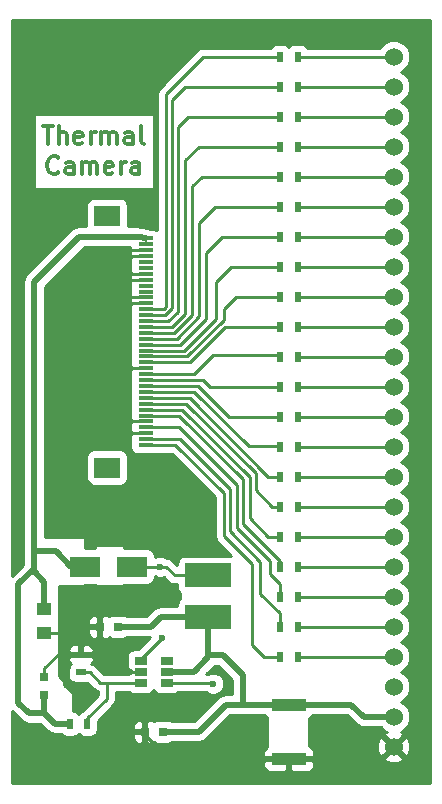
<source format=gbr>
G04 #@! TF.FileFunction,Copper,L1,Top,Signal*
%FSLAX46Y46*%
G04 Gerber Fmt 4.6, Leading zero omitted, Abs format (unit mm)*
G04 Created by KiCad (PCBNEW 4.0.7) date 09/10/19 22:44:32*
%MOMM*%
%LPD*%
G01*
G04 APERTURE LIST*
%ADD10C,0.100000*%
%ADD11C,0.300000*%
%ADD12R,3.000000X1.000000*%
%ADD13R,0.800000X0.750000*%
%ADD14R,1.250000X1.000000*%
%ADD15R,0.750000X0.800000*%
%ADD16R,2.500000X1.800000*%
%ADD17C,1.524000*%
%ADD18R,4.000000X2.000000*%
%ADD19R,0.500000X0.900000*%
%ADD20R,0.900000X0.500000*%
%ADD21R,2.200000X1.800000*%
%ADD22R,1.300000X0.300000*%
%ADD23R,1.060000X0.650000*%
%ADD24C,0.600000*%
%ADD25C,0.500000*%
%ADD26C,0.250000*%
%ADD27C,0.200000*%
%ADD28C,0.254000*%
G04 APERTURE END LIST*
D10*
D11*
X127814286Y-64303571D02*
X128671429Y-64303571D01*
X128242858Y-65803571D02*
X128242858Y-64303571D01*
X129171429Y-65803571D02*
X129171429Y-64303571D01*
X129814286Y-65803571D02*
X129814286Y-65017857D01*
X129742857Y-64875000D01*
X129600000Y-64803571D01*
X129385715Y-64803571D01*
X129242857Y-64875000D01*
X129171429Y-64946429D01*
X131100000Y-65732143D02*
X130957143Y-65803571D01*
X130671429Y-65803571D01*
X130528572Y-65732143D01*
X130457143Y-65589286D01*
X130457143Y-65017857D01*
X130528572Y-64875000D01*
X130671429Y-64803571D01*
X130957143Y-64803571D01*
X131100000Y-64875000D01*
X131171429Y-65017857D01*
X131171429Y-65160714D01*
X130457143Y-65303571D01*
X131814286Y-65803571D02*
X131814286Y-64803571D01*
X131814286Y-65089286D02*
X131885714Y-64946429D01*
X131957143Y-64875000D01*
X132100000Y-64803571D01*
X132242857Y-64803571D01*
X132742857Y-65803571D02*
X132742857Y-64803571D01*
X132742857Y-64946429D02*
X132814285Y-64875000D01*
X132957143Y-64803571D01*
X133171428Y-64803571D01*
X133314285Y-64875000D01*
X133385714Y-65017857D01*
X133385714Y-65803571D01*
X133385714Y-65017857D02*
X133457143Y-64875000D01*
X133600000Y-64803571D01*
X133814285Y-64803571D01*
X133957143Y-64875000D01*
X134028571Y-65017857D01*
X134028571Y-65803571D01*
X135385714Y-65803571D02*
X135385714Y-65017857D01*
X135314285Y-64875000D01*
X135171428Y-64803571D01*
X134885714Y-64803571D01*
X134742857Y-64875000D01*
X135385714Y-65732143D02*
X135242857Y-65803571D01*
X134885714Y-65803571D01*
X134742857Y-65732143D01*
X134671428Y-65589286D01*
X134671428Y-65446429D01*
X134742857Y-65303571D01*
X134885714Y-65232143D01*
X135242857Y-65232143D01*
X135385714Y-65160714D01*
X136314286Y-65803571D02*
X136171428Y-65732143D01*
X136100000Y-65589286D01*
X136100000Y-64303571D01*
X129100001Y-68210714D02*
X129028572Y-68282143D01*
X128814286Y-68353571D01*
X128671429Y-68353571D01*
X128457144Y-68282143D01*
X128314286Y-68139286D01*
X128242858Y-67996429D01*
X128171429Y-67710714D01*
X128171429Y-67496429D01*
X128242858Y-67210714D01*
X128314286Y-67067857D01*
X128457144Y-66925000D01*
X128671429Y-66853571D01*
X128814286Y-66853571D01*
X129028572Y-66925000D01*
X129100001Y-66996429D01*
X130385715Y-68353571D02*
X130385715Y-67567857D01*
X130314286Y-67425000D01*
X130171429Y-67353571D01*
X129885715Y-67353571D01*
X129742858Y-67425000D01*
X130385715Y-68282143D02*
X130242858Y-68353571D01*
X129885715Y-68353571D01*
X129742858Y-68282143D01*
X129671429Y-68139286D01*
X129671429Y-67996429D01*
X129742858Y-67853571D01*
X129885715Y-67782143D01*
X130242858Y-67782143D01*
X130385715Y-67710714D01*
X131100001Y-68353571D02*
X131100001Y-67353571D01*
X131100001Y-67496429D02*
X131171429Y-67425000D01*
X131314287Y-67353571D01*
X131528572Y-67353571D01*
X131671429Y-67425000D01*
X131742858Y-67567857D01*
X131742858Y-68353571D01*
X131742858Y-67567857D02*
X131814287Y-67425000D01*
X131957144Y-67353571D01*
X132171429Y-67353571D01*
X132314287Y-67425000D01*
X132385715Y-67567857D01*
X132385715Y-68353571D01*
X133671429Y-68282143D02*
X133528572Y-68353571D01*
X133242858Y-68353571D01*
X133100001Y-68282143D01*
X133028572Y-68139286D01*
X133028572Y-67567857D01*
X133100001Y-67425000D01*
X133242858Y-67353571D01*
X133528572Y-67353571D01*
X133671429Y-67425000D01*
X133742858Y-67567857D01*
X133742858Y-67710714D01*
X133028572Y-67853571D01*
X134385715Y-68353571D02*
X134385715Y-67353571D01*
X134385715Y-67639286D02*
X134457143Y-67496429D01*
X134528572Y-67425000D01*
X134671429Y-67353571D01*
X134814286Y-67353571D01*
X135957143Y-68353571D02*
X135957143Y-67567857D01*
X135885714Y-67425000D01*
X135742857Y-67353571D01*
X135457143Y-67353571D01*
X135314286Y-67425000D01*
X135957143Y-68282143D02*
X135814286Y-68353571D01*
X135457143Y-68353571D01*
X135314286Y-68282143D01*
X135242857Y-68139286D01*
X135242857Y-67996429D01*
X135314286Y-67853571D01*
X135457143Y-67782143D01*
X135814286Y-67782143D01*
X135957143Y-67710714D01*
D12*
X148590000Y-113270000D03*
X148590000Y-117870000D03*
D13*
X132600000Y-106680000D03*
X134100000Y-106680000D03*
X136410000Y-115570000D03*
X137910000Y-115570000D03*
D14*
X127900000Y-105200000D03*
X127900000Y-107200000D03*
D15*
X127900000Y-110950000D03*
X127900000Y-112450000D03*
D16*
X131350000Y-101600000D03*
X135350000Y-101600000D03*
D17*
X157480000Y-58420000D03*
X157480000Y-60960000D03*
X157480000Y-63500000D03*
X157480000Y-66040000D03*
X157480000Y-68580000D03*
X157480000Y-71120000D03*
X157480000Y-73660000D03*
X157480000Y-76200000D03*
X157480000Y-78740000D03*
X157480000Y-81280000D03*
X157480000Y-83820000D03*
X157480000Y-86360000D03*
X157480000Y-88900000D03*
X157480000Y-91440000D03*
X157480000Y-93980000D03*
X157480000Y-96520000D03*
X157480000Y-99060000D03*
X157480000Y-101600000D03*
X157480000Y-104140000D03*
X157480000Y-106680000D03*
X157480000Y-109220000D03*
X157480000Y-111760000D03*
X157480000Y-114300000D03*
X157480000Y-116840000D03*
D18*
X141780000Y-102330000D03*
X141780000Y-105830000D03*
D19*
X147840000Y-58420000D03*
X149340000Y-58420000D03*
X147840000Y-60960000D03*
X149340000Y-60960000D03*
X147840000Y-63500000D03*
X149340000Y-63500000D03*
X147840000Y-66040000D03*
X149340000Y-66040000D03*
X147840000Y-68580000D03*
X149340000Y-68580000D03*
X147840000Y-71120000D03*
X149340000Y-71120000D03*
X147840000Y-76200000D03*
X149340000Y-76200000D03*
X147840000Y-78740000D03*
X149340000Y-78740000D03*
X147840000Y-81280000D03*
X149340000Y-81280000D03*
X147840000Y-83820000D03*
X149340000Y-83820000D03*
X147840000Y-86360000D03*
X149340000Y-86360000D03*
X147840000Y-88900000D03*
X149340000Y-88900000D03*
X147840000Y-91440000D03*
X149340000Y-91440000D03*
X147840000Y-93980000D03*
X149340000Y-93980000D03*
X147840000Y-96520000D03*
X149340000Y-96520000D03*
X147840000Y-99060000D03*
X149340000Y-99060000D03*
X147840000Y-101600000D03*
X149340000Y-101600000D03*
X147840000Y-104140000D03*
X149340000Y-104140000D03*
X147840000Y-106680000D03*
X149340000Y-106680000D03*
X147840000Y-109220000D03*
X149340000Y-109220000D03*
X130050000Y-114900000D03*
X131550000Y-114900000D03*
D20*
X131000000Y-109050000D03*
X131000000Y-110550000D03*
D21*
X133220000Y-93200000D03*
X133220000Y-71900000D03*
D22*
X136470000Y-73800000D03*
X136470000Y-74300000D03*
X136470000Y-74800000D03*
X136470000Y-75300000D03*
X136470000Y-75800000D03*
X136470000Y-76300000D03*
X136470000Y-76800000D03*
X136470000Y-77300000D03*
X136470000Y-77800000D03*
X136470000Y-78300000D03*
X136470000Y-78800000D03*
X136470000Y-79300000D03*
X136470000Y-79800000D03*
X136470000Y-80300000D03*
X136470000Y-80800000D03*
X136470000Y-81300000D03*
X136470000Y-81800000D03*
X136470000Y-82300000D03*
X136470000Y-82800000D03*
X136470000Y-83300000D03*
X136470000Y-83800000D03*
X136470000Y-84300000D03*
X136470000Y-84800000D03*
X136470000Y-85300000D03*
X136470000Y-85800000D03*
X136470000Y-86300000D03*
X136470000Y-86800000D03*
X136470000Y-87300000D03*
X136470000Y-87800000D03*
X136470000Y-88300000D03*
X136470000Y-88800000D03*
X136470000Y-89300000D03*
X136470000Y-89800000D03*
X136470000Y-90300000D03*
X136470000Y-90800000D03*
X136470000Y-91300000D03*
D23*
X136060000Y-109540000D03*
X136060000Y-110490000D03*
X136060000Y-111440000D03*
X138260000Y-111440000D03*
X138260000Y-109540000D03*
X138260000Y-110490000D03*
D19*
X147840000Y-73660000D03*
X149340000Y-73660000D03*
D24*
X129700000Y-92200000D03*
X129500000Y-104000000D03*
X130500000Y-112500000D03*
X133700000Y-114100000D03*
X137900000Y-107600000D03*
X137700000Y-101600000D03*
X142200000Y-111500000D03*
D25*
X144700000Y-113270000D02*
X144700000Y-110800000D01*
X143000000Y-109100000D02*
X141780000Y-109100000D01*
X144700000Y-110800000D02*
X143000000Y-109100000D01*
X141780000Y-105830000D02*
X141780000Y-109100000D01*
X141780000Y-109100000D02*
X141780000Y-109280000D01*
X141780000Y-109280000D02*
X140570000Y-110490000D01*
X140570000Y-110490000D02*
X138260000Y-110490000D01*
X134100000Y-106680000D02*
X136920000Y-106680000D01*
X137770000Y-105830000D02*
X141780000Y-105830000D01*
X136920000Y-106680000D02*
X137770000Y-105830000D01*
X137910000Y-115570000D02*
X140970000Y-115570000D01*
X143270000Y-113270000D02*
X144700000Y-113270000D01*
X144700000Y-113270000D02*
X148590000Y-113270000D01*
X140970000Y-115570000D02*
X143270000Y-113270000D01*
X157480000Y-114300000D02*
X154940000Y-114300000D01*
X153910000Y-113270000D02*
X148590000Y-113270000D01*
X154940000Y-114300000D02*
X153910000Y-113270000D01*
D26*
X129500000Y-107200000D02*
X129500000Y-104000000D01*
X130750000Y-91150000D02*
X130750000Y-90150000D01*
X129700000Y-92200000D02*
X130750000Y-91150000D01*
X134900000Y-77100000D02*
X130700000Y-77100000D01*
X130700000Y-77100000D02*
X130800000Y-77100000D01*
X130800000Y-77100000D02*
X130700000Y-77100000D01*
X136470000Y-77300000D02*
X134900000Y-77300000D01*
X134900000Y-76800000D02*
X136470000Y-76800000D01*
X134900000Y-77300000D02*
X134900000Y-77100000D01*
X134900000Y-77100000D02*
X134900000Y-76800000D01*
X136470000Y-75300000D02*
X135000000Y-75300000D01*
X134900000Y-75200000D02*
X134900000Y-74800000D01*
X135000000Y-75300000D02*
X134900000Y-75200000D01*
X136470000Y-84800000D02*
X130700000Y-84800000D01*
X136470000Y-79300000D02*
X134900000Y-79300000D01*
X134900000Y-79300000D02*
X134900000Y-78800000D01*
X134900000Y-78800000D02*
X134900000Y-78900000D01*
X134900000Y-78900000D02*
X134900000Y-78800000D01*
X136470000Y-78800000D02*
X134900000Y-78800000D01*
X134900000Y-78800000D02*
X130700000Y-78800000D01*
X136470000Y-89300000D02*
X130700000Y-89300000D01*
X136470000Y-74800000D02*
X134900000Y-74800000D01*
X134900000Y-74800000D02*
X131800000Y-74800000D01*
X131800000Y-74800000D02*
X130700000Y-75900000D01*
X130700000Y-75900000D02*
X130700000Y-77100000D01*
X130900000Y-90300000D02*
X136470000Y-90300000D01*
X130750000Y-90150000D02*
X130900000Y-90300000D01*
X130700000Y-90100000D02*
X130750000Y-90150000D01*
X130700000Y-89300000D02*
X130700000Y-90100000D01*
X130700000Y-77100000D02*
X130700000Y-78800000D01*
X130700000Y-78800000D02*
X130700000Y-84800000D01*
X130700000Y-84800000D02*
X130700000Y-89300000D01*
X136410000Y-115570000D02*
X136410000Y-115810000D01*
X136410000Y-115810000D02*
X138470000Y-117870000D01*
X138470000Y-117870000D02*
X148590000Y-117870000D01*
X136410000Y-115570000D02*
X135170000Y-115570000D01*
X129600000Y-111600000D02*
X129600000Y-109050000D01*
X130500000Y-112500000D02*
X129600000Y-111600000D01*
X135170000Y-115570000D02*
X133700000Y-114100000D01*
X131000000Y-109050000D02*
X129600000Y-109050000D01*
X129600000Y-109050000D02*
X129050000Y-109050000D01*
X127900000Y-110200000D02*
X127900000Y-110950000D01*
X129050000Y-109050000D02*
X127900000Y-110200000D01*
X136060000Y-110490000D02*
X133990000Y-110490000D01*
X132550000Y-109050000D02*
X131000000Y-109050000D01*
X133990000Y-110490000D02*
X132550000Y-109050000D01*
X131000000Y-109050000D02*
X131000000Y-107600000D01*
X131000000Y-107600000D02*
X130600000Y-107200000D01*
X127900000Y-107200000D02*
X129500000Y-107200000D01*
X129500000Y-107200000D02*
X130600000Y-107200000D01*
X131120000Y-106680000D02*
X132600000Y-106680000D01*
X130600000Y-107200000D02*
X131120000Y-106680000D01*
X148590000Y-117870000D02*
X156450000Y-117870000D01*
X156450000Y-117870000D02*
X157480000Y-116840000D01*
D25*
X127000000Y-101800000D02*
X125700000Y-103100000D01*
X126600000Y-114000000D02*
X127900000Y-114000000D01*
X125700000Y-113100000D02*
X126600000Y-114000000D01*
X125700000Y-103100000D02*
X125700000Y-113100000D01*
X131350000Y-101600000D02*
X130200000Y-101600000D01*
X130200000Y-101600000D02*
X128900000Y-100300000D01*
X128900000Y-100300000D02*
X127000000Y-100300000D01*
X127000000Y-97790000D02*
X127000000Y-100300000D01*
X127000000Y-100300000D02*
X127000000Y-101800000D01*
X127000000Y-101800000D02*
X127000000Y-102000000D01*
X127900000Y-102900000D02*
X127900000Y-105200000D01*
X127000000Y-102000000D02*
X127900000Y-102900000D01*
X130050000Y-114900000D02*
X128800000Y-114900000D01*
X128800000Y-114900000D02*
X127900000Y-114000000D01*
X127900000Y-114000000D02*
X127900000Y-112450000D01*
D27*
X136470000Y-74300000D02*
X136470000Y-73800000D01*
D25*
X131350000Y-101600000D02*
X130810000Y-101600000D01*
X127000000Y-97790000D02*
X127000000Y-77470000D01*
X127000000Y-77470000D02*
X130810000Y-73660000D01*
X130810000Y-73660000D02*
X135890000Y-73660000D01*
X135890000Y-73660000D02*
X136470000Y-73800000D01*
D26*
X136060000Y-109540000D02*
X136060000Y-109440000D01*
X136060000Y-109440000D02*
X137900000Y-107600000D01*
X137700000Y-101600000D02*
X137800000Y-101500000D01*
X137800000Y-101500000D02*
X137800000Y-101600000D01*
X141780000Y-102330000D02*
X138930000Y-102330000D01*
X138200000Y-101600000D02*
X137800000Y-101600000D01*
X137800000Y-101600000D02*
X135350000Y-101600000D01*
X138930000Y-102330000D02*
X138200000Y-101600000D01*
X157480000Y-58420000D02*
X149340000Y-58420000D01*
X157480000Y-60960000D02*
X149340000Y-60960000D01*
X157480000Y-63500000D02*
X149340000Y-63500000D01*
X157480000Y-66040000D02*
X149340000Y-66040000D01*
X149340000Y-68580000D02*
X157480000Y-68580000D01*
X149340000Y-71120000D02*
X157480000Y-71120000D01*
X157480000Y-73660000D02*
X149340000Y-73660000D01*
X157480000Y-76200000D02*
X149340000Y-76200000D01*
X149340000Y-78740000D02*
X157480000Y-78740000D01*
X157480000Y-81280000D02*
X149340000Y-81280000D01*
X149340000Y-83820000D02*
X157480000Y-83820000D01*
X149340000Y-86360000D02*
X157480000Y-86360000D01*
X149340000Y-88900000D02*
X157480000Y-88900000D01*
X149340000Y-91440000D02*
X157480000Y-91440000D01*
X149340000Y-93980000D02*
X157480000Y-93980000D01*
X149340000Y-96520000D02*
X157480000Y-96520000D01*
X149340000Y-99060000D02*
X157480000Y-99060000D01*
X149340000Y-101600000D02*
X157480000Y-101600000D01*
X157480000Y-104140000D02*
X149340000Y-104140000D01*
X149340000Y-106680000D02*
X157480000Y-106680000D01*
X149340000Y-109220000D02*
X157480000Y-109220000D01*
X140600000Y-111440000D02*
X142140000Y-111440000D01*
X142140000Y-111440000D02*
X142200000Y-111500000D01*
X138260000Y-111440000D02*
X140600000Y-111440000D01*
X140600000Y-111440000D02*
X140650000Y-111440000D01*
X147840000Y-58420000D02*
X141380000Y-58420000D01*
X138000000Y-79800000D02*
X136470000Y-79800000D01*
X138200000Y-79600000D02*
X138000000Y-79800000D01*
X138200000Y-61600000D02*
X138200000Y-79600000D01*
X141380000Y-58420000D02*
X138200000Y-61600000D01*
X136470000Y-80300000D02*
X138100000Y-80300000D01*
X139840000Y-60960000D02*
X147840000Y-60960000D01*
X138700000Y-62100000D02*
X139840000Y-60960000D01*
X138700000Y-79700000D02*
X138700000Y-62100000D01*
X138100000Y-80300000D02*
X138700000Y-79700000D01*
X147840000Y-63500000D02*
X140100000Y-63500000D01*
X138400000Y-80800000D02*
X136470000Y-80800000D01*
X139200000Y-80000000D02*
X138400000Y-80800000D01*
X139200000Y-64400000D02*
X139200000Y-80000000D01*
X140100000Y-63500000D02*
X139200000Y-64400000D01*
X136470000Y-81300000D02*
X138700000Y-81300000D01*
X140960000Y-66040000D02*
X147840000Y-66040000D01*
X139800000Y-67200000D02*
X140960000Y-66040000D01*
X139800000Y-80200000D02*
X139800000Y-67200000D01*
X138700000Y-81300000D02*
X139800000Y-80200000D01*
X136470000Y-81800000D02*
X138900000Y-81800000D01*
X141220000Y-68580000D02*
X147840000Y-68580000D01*
X140400000Y-69400000D02*
X141220000Y-68580000D01*
X140400000Y-80300000D02*
X140400000Y-69400000D01*
X138900000Y-81800000D02*
X140400000Y-80300000D01*
X136470000Y-82300000D02*
X139100000Y-82300000D01*
X142380000Y-71120000D02*
X147840000Y-71120000D01*
X141000000Y-72500000D02*
X142380000Y-71120000D01*
X141000000Y-80400000D02*
X141000000Y-72500000D01*
X139100000Y-82300000D02*
X141000000Y-80400000D01*
X136470000Y-83300000D02*
X139700000Y-83300000D01*
X143700000Y-76200000D02*
X147840000Y-76200000D01*
X142400000Y-77500000D02*
X143700000Y-76200000D01*
X142400000Y-80600000D02*
X142400000Y-77500000D01*
X139700000Y-83300000D02*
X142400000Y-80600000D01*
X136470000Y-83800000D02*
X140000000Y-83800000D01*
X144160000Y-78740000D02*
X147840000Y-78740000D01*
X143100000Y-79800000D02*
X144160000Y-78740000D01*
X143100000Y-80700000D02*
X143100000Y-79800000D01*
X140000000Y-83800000D02*
X143100000Y-80700000D01*
X136470000Y-84300000D02*
X140200000Y-84300000D01*
X143200000Y-81300000D02*
X147820000Y-81300000D01*
X140200000Y-84300000D02*
X143200000Y-81300000D01*
X147820000Y-81300000D02*
X147840000Y-81280000D01*
X136470000Y-85300000D02*
X140600000Y-85300000D01*
X142200000Y-83700000D02*
X147720000Y-83700000D01*
X140600000Y-85300000D02*
X142200000Y-83700000D01*
X147720000Y-83700000D02*
X147840000Y-83820000D01*
X136470000Y-85800000D02*
X141300000Y-85800000D01*
X141900000Y-86400000D02*
X147800000Y-86400000D01*
X141300000Y-85800000D02*
X141900000Y-86400000D01*
X147800000Y-86400000D02*
X147840000Y-86360000D01*
X136470000Y-86300000D02*
X140900000Y-86300000D01*
X143500000Y-88900000D02*
X147840000Y-88900000D01*
X140900000Y-86300000D02*
X143500000Y-88900000D01*
X136470000Y-86800000D02*
X140600000Y-86800000D01*
X145200000Y-91400000D02*
X147800000Y-91400000D01*
X140600000Y-86800000D02*
X145200000Y-91400000D01*
X147800000Y-91400000D02*
X147840000Y-91440000D01*
X147840000Y-93980000D02*
X146880000Y-93980000D01*
X140200000Y-87300000D02*
X136470000Y-87300000D01*
X146880000Y-93980000D02*
X140200000Y-87300000D01*
X147840000Y-96520000D02*
X147220000Y-96520000D01*
X139900000Y-87800000D02*
X136470000Y-87800000D01*
X145800000Y-93700000D02*
X139900000Y-87800000D01*
X145800000Y-95100000D02*
X145800000Y-93700000D01*
X147220000Y-96520000D02*
X145800000Y-95100000D01*
X136470000Y-88300000D02*
X139600000Y-88300000D01*
X146860000Y-99060000D02*
X147840000Y-99060000D01*
X145300000Y-97500000D02*
X146860000Y-99060000D01*
X145300000Y-94000000D02*
X145300000Y-97500000D01*
X139600000Y-88300000D02*
X145300000Y-94000000D01*
X147840000Y-101600000D02*
X147840000Y-101140000D01*
X139300000Y-88800000D02*
X136470000Y-88800000D01*
X144700000Y-94200000D02*
X139300000Y-88800000D01*
X144700000Y-98000000D02*
X144700000Y-94200000D01*
X147840000Y-101140000D02*
X144700000Y-98000000D01*
X136470000Y-89800000D02*
X139300000Y-89800000D01*
X147840000Y-103040000D02*
X147840000Y-104140000D01*
X147000000Y-102200000D02*
X147840000Y-103040000D01*
X147000000Y-101100000D02*
X147000000Y-102200000D01*
X144200000Y-98300000D02*
X147000000Y-101100000D01*
X144200000Y-94700000D02*
X144200000Y-98300000D01*
X139300000Y-89800000D02*
X144200000Y-94700000D01*
X147840000Y-106680000D02*
X147840000Y-105540000D01*
X139400000Y-90800000D02*
X136470000Y-90800000D01*
X143600000Y-95000000D02*
X139400000Y-90800000D01*
X143600000Y-98600000D02*
X143600000Y-95000000D01*
X146200000Y-101200000D02*
X143600000Y-98600000D01*
X146200000Y-103900000D02*
X146200000Y-101200000D01*
X147840000Y-105540000D02*
X146200000Y-103900000D01*
X136470000Y-91300000D02*
X139000000Y-91300000D01*
X146520000Y-109220000D02*
X147840000Y-109220000D01*
X145500000Y-108200000D02*
X146520000Y-109220000D01*
X145500000Y-101400000D02*
X145500000Y-108200000D01*
X143100000Y-99000000D02*
X145500000Y-101400000D01*
X143100000Y-95400000D02*
X143100000Y-99000000D01*
X139000000Y-91300000D02*
X143100000Y-95400000D01*
X131550000Y-114900000D02*
X131550000Y-114450000D01*
X131550000Y-114450000D02*
X133200000Y-112800000D01*
X133200000Y-112800000D02*
X133200000Y-111440000D01*
X131000000Y-110550000D02*
X131750000Y-110550000D01*
X132640000Y-111440000D02*
X133200000Y-111440000D01*
X133200000Y-111440000D02*
X136060000Y-111440000D01*
X131750000Y-110550000D02*
X132640000Y-111440000D01*
X136470000Y-82800000D02*
X139400000Y-82800000D01*
X142940000Y-73660000D02*
X147840000Y-73660000D01*
X141600000Y-75000000D02*
X142940000Y-73660000D01*
X141600000Y-80600000D02*
X141600000Y-75000000D01*
X139400000Y-82800000D02*
X141600000Y-80600000D01*
D28*
G36*
X160580000Y-119940000D02*
X125170000Y-119940000D01*
X125170000Y-118155750D01*
X146455000Y-118155750D01*
X146455000Y-118496309D01*
X146551673Y-118729698D01*
X146730301Y-118908327D01*
X146963690Y-119005000D01*
X148304250Y-119005000D01*
X148463000Y-118846250D01*
X148463000Y-117997000D01*
X148717000Y-117997000D01*
X148717000Y-118846250D01*
X148875750Y-119005000D01*
X150216310Y-119005000D01*
X150449699Y-118908327D01*
X150628327Y-118729698D01*
X150725000Y-118496309D01*
X150725000Y-118155750D01*
X150566250Y-117997000D01*
X148717000Y-117997000D01*
X148463000Y-117997000D01*
X146613750Y-117997000D01*
X146455000Y-118155750D01*
X125170000Y-118155750D01*
X125170000Y-117820213D01*
X156679392Y-117820213D01*
X156748857Y-118062397D01*
X157272302Y-118249144D01*
X157827368Y-118221362D01*
X158211143Y-118062397D01*
X158280608Y-117820213D01*
X157480000Y-117019605D01*
X156679392Y-117820213D01*
X125170000Y-117820213D01*
X125170000Y-113821580D01*
X125974208Y-114625787D01*
X125974210Y-114625790D01*
X126150465Y-114743559D01*
X126261325Y-114817633D01*
X126600000Y-114885001D01*
X126600005Y-114885000D01*
X127533420Y-114885000D01*
X128174208Y-115525787D01*
X128174210Y-115525790D01*
X128430808Y-115697242D01*
X128461325Y-115717633D01*
X128800000Y-115785001D01*
X128800005Y-115785000D01*
X129325331Y-115785000D01*
X129335910Y-115801441D01*
X129548110Y-115946431D01*
X129800000Y-115997440D01*
X130300000Y-115997440D01*
X130535317Y-115953162D01*
X130751441Y-115814090D01*
X130799134Y-115744289D01*
X130835910Y-115801441D01*
X131048110Y-115946431D01*
X131300000Y-115997440D01*
X131800000Y-115997440D01*
X132035317Y-115953162D01*
X132186699Y-115855750D01*
X135375000Y-115855750D01*
X135375000Y-116071310D01*
X135471673Y-116304699D01*
X135650302Y-116483327D01*
X135883691Y-116580000D01*
X136124250Y-116580000D01*
X136283000Y-116421250D01*
X136283000Y-115697000D01*
X135533750Y-115697000D01*
X135375000Y-115855750D01*
X132186699Y-115855750D01*
X132251441Y-115814090D01*
X132396431Y-115601890D01*
X132447440Y-115350000D01*
X132447440Y-115068690D01*
X135375000Y-115068690D01*
X135375000Y-115284250D01*
X135533750Y-115443000D01*
X136283000Y-115443000D01*
X136283000Y-114718750D01*
X136124250Y-114560000D01*
X135883691Y-114560000D01*
X135650302Y-114656673D01*
X135471673Y-114835301D01*
X135375000Y-115068690D01*
X132447440Y-115068690D01*
X132447440Y-114627362D01*
X133737401Y-113337401D01*
X133902148Y-113090840D01*
X133960000Y-112800000D01*
X133960000Y-112200000D01*
X135055331Y-112200000D01*
X135065910Y-112216441D01*
X135278110Y-112361431D01*
X135530000Y-112412440D01*
X136590000Y-112412440D01*
X136825317Y-112368162D01*
X137041441Y-112229090D01*
X137161233Y-112053768D01*
X137265910Y-112216441D01*
X137478110Y-112361431D01*
X137730000Y-112412440D01*
X138790000Y-112412440D01*
X139025317Y-112368162D01*
X139241441Y-112229090D01*
X139261317Y-112200000D01*
X141577642Y-112200000D01*
X141669673Y-112292192D01*
X142013201Y-112434838D01*
X142385167Y-112435162D01*
X142728943Y-112293117D01*
X142992192Y-112030327D01*
X143134838Y-111686799D01*
X143135162Y-111314833D01*
X142993117Y-110971057D01*
X142730327Y-110707808D01*
X142386799Y-110565162D01*
X142014833Y-110564838D01*
X141736119Y-110680000D01*
X141631580Y-110680000D01*
X142326579Y-109985000D01*
X142633420Y-109985000D01*
X143815000Y-111166579D01*
X143815000Y-112385000D01*
X143270005Y-112385000D01*
X143270000Y-112384999D01*
X142931325Y-112452367D01*
X142644210Y-112644210D01*
X142644208Y-112644213D01*
X140603420Y-114685000D01*
X138688386Y-114685000D01*
X138561890Y-114598569D01*
X138310000Y-114547560D01*
X137510000Y-114547560D01*
X137274683Y-114591838D01*
X137171354Y-114658329D01*
X137169698Y-114656673D01*
X136936309Y-114560000D01*
X136695750Y-114560000D01*
X136537000Y-114718750D01*
X136537000Y-115443000D01*
X136557000Y-115443000D01*
X136557000Y-115697000D01*
X136537000Y-115697000D01*
X136537000Y-116421250D01*
X136695750Y-116580000D01*
X136936309Y-116580000D01*
X137169698Y-116483327D01*
X137171068Y-116481957D01*
X137258110Y-116541431D01*
X137510000Y-116592440D01*
X138310000Y-116592440D01*
X138545317Y-116548162D01*
X138690095Y-116455000D01*
X140969995Y-116455000D01*
X140970000Y-116455001D01*
X141264394Y-116396441D01*
X141308675Y-116387633D01*
X141595790Y-116195790D01*
X143636579Y-114155000D01*
X146583156Y-114155000D01*
X146625910Y-114221441D01*
X146773000Y-114321943D01*
X146773000Y-116813986D01*
X146730301Y-116831673D01*
X146551673Y-117010302D01*
X146455000Y-117243691D01*
X146455000Y-117584250D01*
X146613750Y-117743000D01*
X148463000Y-117743000D01*
X148463000Y-117723000D01*
X148717000Y-117723000D01*
X148717000Y-117743000D01*
X150566250Y-117743000D01*
X150725000Y-117584250D01*
X150725000Y-117243691D01*
X150628327Y-117010302D01*
X150449699Y-116831673D01*
X150327000Y-116780849D01*
X150327000Y-116632302D01*
X156070856Y-116632302D01*
X156098638Y-117187368D01*
X156257603Y-117571143D01*
X156499787Y-117640608D01*
X157300395Y-116840000D01*
X157659605Y-116840000D01*
X158460213Y-117640608D01*
X158702397Y-117571143D01*
X158889144Y-117047698D01*
X158861362Y-116492632D01*
X158702397Y-116108857D01*
X158460213Y-116039392D01*
X157659605Y-116840000D01*
X157300395Y-116840000D01*
X156499787Y-116039392D01*
X156257603Y-116108857D01*
X156070856Y-116632302D01*
X150327000Y-116632302D01*
X150327000Y-114372079D01*
X150541441Y-114234090D01*
X150595481Y-114155000D01*
X153543420Y-114155000D01*
X154314208Y-114925787D01*
X154314210Y-114925790D01*
X154601325Y-115117633D01*
X154657516Y-115128810D01*
X154940000Y-115185001D01*
X154940005Y-115185000D01*
X156389522Y-115185000D01*
X156687630Y-115483629D01*
X156879727Y-115563395D01*
X156748857Y-115617603D01*
X156679392Y-115859787D01*
X157480000Y-116660395D01*
X158280608Y-115859787D01*
X158211143Y-115617603D01*
X158070682Y-115567491D01*
X158270303Y-115485010D01*
X158663629Y-115092370D01*
X158876757Y-114579100D01*
X158877242Y-114023339D01*
X158665010Y-113509697D01*
X158272370Y-113116371D01*
X158064488Y-113030051D01*
X158270303Y-112945010D01*
X158663629Y-112552370D01*
X158876757Y-112039100D01*
X158877242Y-111483339D01*
X158665010Y-110969697D01*
X158272370Y-110576371D01*
X158064488Y-110490051D01*
X158270303Y-110405010D01*
X158663629Y-110012370D01*
X158876757Y-109499100D01*
X158877242Y-108943339D01*
X158665010Y-108429697D01*
X158272370Y-108036371D01*
X158064488Y-107950051D01*
X158270303Y-107865010D01*
X158663629Y-107472370D01*
X158876757Y-106959100D01*
X158877242Y-106403339D01*
X158665010Y-105889697D01*
X158272370Y-105496371D01*
X158064488Y-105410051D01*
X158270303Y-105325010D01*
X158663629Y-104932370D01*
X158876757Y-104419100D01*
X158877242Y-103863339D01*
X158665010Y-103349697D01*
X158272370Y-102956371D01*
X158064488Y-102870051D01*
X158270303Y-102785010D01*
X158663629Y-102392370D01*
X158876757Y-101879100D01*
X158877242Y-101323339D01*
X158665010Y-100809697D01*
X158272370Y-100416371D01*
X158064488Y-100330051D01*
X158270303Y-100245010D01*
X158663629Y-99852370D01*
X158876757Y-99339100D01*
X158877242Y-98783339D01*
X158665010Y-98269697D01*
X158272370Y-97876371D01*
X158064488Y-97790051D01*
X158270303Y-97705010D01*
X158663629Y-97312370D01*
X158876757Y-96799100D01*
X158877242Y-96243339D01*
X158665010Y-95729697D01*
X158272370Y-95336371D01*
X158064488Y-95250051D01*
X158270303Y-95165010D01*
X158663629Y-94772370D01*
X158876757Y-94259100D01*
X158877242Y-93703339D01*
X158665010Y-93189697D01*
X158272370Y-92796371D01*
X158064488Y-92710051D01*
X158270303Y-92625010D01*
X158663629Y-92232370D01*
X158876757Y-91719100D01*
X158877242Y-91163339D01*
X158665010Y-90649697D01*
X158272370Y-90256371D01*
X158064488Y-90170051D01*
X158270303Y-90085010D01*
X158663629Y-89692370D01*
X158876757Y-89179100D01*
X158877242Y-88623339D01*
X158665010Y-88109697D01*
X158272370Y-87716371D01*
X158064488Y-87630051D01*
X158270303Y-87545010D01*
X158663629Y-87152370D01*
X158876757Y-86639100D01*
X158877242Y-86083339D01*
X158665010Y-85569697D01*
X158272370Y-85176371D01*
X158064488Y-85090051D01*
X158270303Y-85005010D01*
X158663629Y-84612370D01*
X158876757Y-84099100D01*
X158877242Y-83543339D01*
X158665010Y-83029697D01*
X158272370Y-82636371D01*
X158064488Y-82550051D01*
X158270303Y-82465010D01*
X158663629Y-82072370D01*
X158876757Y-81559100D01*
X158877242Y-81003339D01*
X158665010Y-80489697D01*
X158272370Y-80096371D01*
X158064488Y-80010051D01*
X158270303Y-79925010D01*
X158663629Y-79532370D01*
X158876757Y-79019100D01*
X158877242Y-78463339D01*
X158665010Y-77949697D01*
X158272370Y-77556371D01*
X158064488Y-77470051D01*
X158270303Y-77385010D01*
X158663629Y-76992370D01*
X158876757Y-76479100D01*
X158877242Y-75923339D01*
X158665010Y-75409697D01*
X158272370Y-75016371D01*
X158064488Y-74930051D01*
X158270303Y-74845010D01*
X158663629Y-74452370D01*
X158876757Y-73939100D01*
X158877242Y-73383339D01*
X158665010Y-72869697D01*
X158272370Y-72476371D01*
X158064488Y-72390051D01*
X158270303Y-72305010D01*
X158663629Y-71912370D01*
X158876757Y-71399100D01*
X158877242Y-70843339D01*
X158665010Y-70329697D01*
X158272370Y-69936371D01*
X158064488Y-69850051D01*
X158270303Y-69765010D01*
X158663629Y-69372370D01*
X158876757Y-68859100D01*
X158877242Y-68303339D01*
X158665010Y-67789697D01*
X158272370Y-67396371D01*
X158064488Y-67310051D01*
X158270303Y-67225010D01*
X158663629Y-66832370D01*
X158876757Y-66319100D01*
X158877242Y-65763339D01*
X158665010Y-65249697D01*
X158272370Y-64856371D01*
X158064488Y-64770051D01*
X158270303Y-64685010D01*
X158663629Y-64292370D01*
X158876757Y-63779100D01*
X158877242Y-63223339D01*
X158665010Y-62709697D01*
X158272370Y-62316371D01*
X158064488Y-62230051D01*
X158270303Y-62145010D01*
X158663629Y-61752370D01*
X158876757Y-61239100D01*
X158877242Y-60683339D01*
X158665010Y-60169697D01*
X158272370Y-59776371D01*
X158064488Y-59690051D01*
X158270303Y-59605010D01*
X158663629Y-59212370D01*
X158876757Y-58699100D01*
X158877242Y-58143339D01*
X158665010Y-57629697D01*
X158272370Y-57236371D01*
X157759100Y-57023243D01*
X157203339Y-57022758D01*
X156689697Y-57234990D01*
X156296371Y-57627630D01*
X156282930Y-57660000D01*
X150145105Y-57660000D01*
X150054090Y-57518559D01*
X149841890Y-57373569D01*
X149590000Y-57322560D01*
X149090000Y-57322560D01*
X148854683Y-57366838D01*
X148638559Y-57505910D01*
X148590866Y-57575711D01*
X148554090Y-57518559D01*
X148341890Y-57373569D01*
X148090000Y-57322560D01*
X147590000Y-57322560D01*
X147354683Y-57366838D01*
X147138559Y-57505910D01*
X147033274Y-57660000D01*
X141380000Y-57660000D01*
X141089161Y-57717852D01*
X140842599Y-57882599D01*
X137662599Y-61062599D01*
X137497852Y-61309161D01*
X137440000Y-61600000D01*
X137440000Y-73100107D01*
X137371890Y-73053569D01*
X137120000Y-73002560D01*
X136813555Y-73002560D01*
X136677657Y-72939707D01*
X136097657Y-72799707D01*
X135992863Y-72795461D01*
X135890000Y-72775000D01*
X134967440Y-72775000D01*
X134967440Y-71000000D01*
X134923162Y-70764683D01*
X134784090Y-70548559D01*
X134571890Y-70403569D01*
X134320000Y-70352560D01*
X132120000Y-70352560D01*
X131884683Y-70396838D01*
X131668559Y-70535910D01*
X131523569Y-70748110D01*
X131472560Y-71000000D01*
X131472560Y-72775000D01*
X130810005Y-72775000D01*
X130810000Y-72774999D01*
X130527516Y-72831190D01*
X130471325Y-72842367D01*
X130184210Y-73034210D01*
X130184208Y-73034213D01*
X126374210Y-76844210D01*
X126182367Y-77131325D01*
X126182367Y-77131326D01*
X126114999Y-77470000D01*
X126115000Y-77470005D01*
X126115000Y-101433421D01*
X125170000Y-102378420D01*
X125170000Y-63290000D01*
X127036429Y-63290000D01*
X127036429Y-69660000D01*
X137163571Y-69660000D01*
X137163571Y-63290000D01*
X127036429Y-63290000D01*
X125170000Y-63290000D01*
X125170000Y-55320000D01*
X160580000Y-55320000D01*
X160580000Y-119940000D01*
X160580000Y-119940000D01*
G37*
X160580000Y-119940000D02*
X125170000Y-119940000D01*
X125170000Y-118155750D01*
X146455000Y-118155750D01*
X146455000Y-118496309D01*
X146551673Y-118729698D01*
X146730301Y-118908327D01*
X146963690Y-119005000D01*
X148304250Y-119005000D01*
X148463000Y-118846250D01*
X148463000Y-117997000D01*
X148717000Y-117997000D01*
X148717000Y-118846250D01*
X148875750Y-119005000D01*
X150216310Y-119005000D01*
X150449699Y-118908327D01*
X150628327Y-118729698D01*
X150725000Y-118496309D01*
X150725000Y-118155750D01*
X150566250Y-117997000D01*
X148717000Y-117997000D01*
X148463000Y-117997000D01*
X146613750Y-117997000D01*
X146455000Y-118155750D01*
X125170000Y-118155750D01*
X125170000Y-117820213D01*
X156679392Y-117820213D01*
X156748857Y-118062397D01*
X157272302Y-118249144D01*
X157827368Y-118221362D01*
X158211143Y-118062397D01*
X158280608Y-117820213D01*
X157480000Y-117019605D01*
X156679392Y-117820213D01*
X125170000Y-117820213D01*
X125170000Y-113821580D01*
X125974208Y-114625787D01*
X125974210Y-114625790D01*
X126150465Y-114743559D01*
X126261325Y-114817633D01*
X126600000Y-114885001D01*
X126600005Y-114885000D01*
X127533420Y-114885000D01*
X128174208Y-115525787D01*
X128174210Y-115525790D01*
X128430808Y-115697242D01*
X128461325Y-115717633D01*
X128800000Y-115785001D01*
X128800005Y-115785000D01*
X129325331Y-115785000D01*
X129335910Y-115801441D01*
X129548110Y-115946431D01*
X129800000Y-115997440D01*
X130300000Y-115997440D01*
X130535317Y-115953162D01*
X130751441Y-115814090D01*
X130799134Y-115744289D01*
X130835910Y-115801441D01*
X131048110Y-115946431D01*
X131300000Y-115997440D01*
X131800000Y-115997440D01*
X132035317Y-115953162D01*
X132186699Y-115855750D01*
X135375000Y-115855750D01*
X135375000Y-116071310D01*
X135471673Y-116304699D01*
X135650302Y-116483327D01*
X135883691Y-116580000D01*
X136124250Y-116580000D01*
X136283000Y-116421250D01*
X136283000Y-115697000D01*
X135533750Y-115697000D01*
X135375000Y-115855750D01*
X132186699Y-115855750D01*
X132251441Y-115814090D01*
X132396431Y-115601890D01*
X132447440Y-115350000D01*
X132447440Y-115068690D01*
X135375000Y-115068690D01*
X135375000Y-115284250D01*
X135533750Y-115443000D01*
X136283000Y-115443000D01*
X136283000Y-114718750D01*
X136124250Y-114560000D01*
X135883691Y-114560000D01*
X135650302Y-114656673D01*
X135471673Y-114835301D01*
X135375000Y-115068690D01*
X132447440Y-115068690D01*
X132447440Y-114627362D01*
X133737401Y-113337401D01*
X133902148Y-113090840D01*
X133960000Y-112800000D01*
X133960000Y-112200000D01*
X135055331Y-112200000D01*
X135065910Y-112216441D01*
X135278110Y-112361431D01*
X135530000Y-112412440D01*
X136590000Y-112412440D01*
X136825317Y-112368162D01*
X137041441Y-112229090D01*
X137161233Y-112053768D01*
X137265910Y-112216441D01*
X137478110Y-112361431D01*
X137730000Y-112412440D01*
X138790000Y-112412440D01*
X139025317Y-112368162D01*
X139241441Y-112229090D01*
X139261317Y-112200000D01*
X141577642Y-112200000D01*
X141669673Y-112292192D01*
X142013201Y-112434838D01*
X142385167Y-112435162D01*
X142728943Y-112293117D01*
X142992192Y-112030327D01*
X143134838Y-111686799D01*
X143135162Y-111314833D01*
X142993117Y-110971057D01*
X142730327Y-110707808D01*
X142386799Y-110565162D01*
X142014833Y-110564838D01*
X141736119Y-110680000D01*
X141631580Y-110680000D01*
X142326579Y-109985000D01*
X142633420Y-109985000D01*
X143815000Y-111166579D01*
X143815000Y-112385000D01*
X143270005Y-112385000D01*
X143270000Y-112384999D01*
X142931325Y-112452367D01*
X142644210Y-112644210D01*
X142644208Y-112644213D01*
X140603420Y-114685000D01*
X138688386Y-114685000D01*
X138561890Y-114598569D01*
X138310000Y-114547560D01*
X137510000Y-114547560D01*
X137274683Y-114591838D01*
X137171354Y-114658329D01*
X137169698Y-114656673D01*
X136936309Y-114560000D01*
X136695750Y-114560000D01*
X136537000Y-114718750D01*
X136537000Y-115443000D01*
X136557000Y-115443000D01*
X136557000Y-115697000D01*
X136537000Y-115697000D01*
X136537000Y-116421250D01*
X136695750Y-116580000D01*
X136936309Y-116580000D01*
X137169698Y-116483327D01*
X137171068Y-116481957D01*
X137258110Y-116541431D01*
X137510000Y-116592440D01*
X138310000Y-116592440D01*
X138545317Y-116548162D01*
X138690095Y-116455000D01*
X140969995Y-116455000D01*
X140970000Y-116455001D01*
X141264394Y-116396441D01*
X141308675Y-116387633D01*
X141595790Y-116195790D01*
X143636579Y-114155000D01*
X146583156Y-114155000D01*
X146625910Y-114221441D01*
X146773000Y-114321943D01*
X146773000Y-116813986D01*
X146730301Y-116831673D01*
X146551673Y-117010302D01*
X146455000Y-117243691D01*
X146455000Y-117584250D01*
X146613750Y-117743000D01*
X148463000Y-117743000D01*
X148463000Y-117723000D01*
X148717000Y-117723000D01*
X148717000Y-117743000D01*
X150566250Y-117743000D01*
X150725000Y-117584250D01*
X150725000Y-117243691D01*
X150628327Y-117010302D01*
X150449699Y-116831673D01*
X150327000Y-116780849D01*
X150327000Y-116632302D01*
X156070856Y-116632302D01*
X156098638Y-117187368D01*
X156257603Y-117571143D01*
X156499787Y-117640608D01*
X157300395Y-116840000D01*
X157659605Y-116840000D01*
X158460213Y-117640608D01*
X158702397Y-117571143D01*
X158889144Y-117047698D01*
X158861362Y-116492632D01*
X158702397Y-116108857D01*
X158460213Y-116039392D01*
X157659605Y-116840000D01*
X157300395Y-116840000D01*
X156499787Y-116039392D01*
X156257603Y-116108857D01*
X156070856Y-116632302D01*
X150327000Y-116632302D01*
X150327000Y-114372079D01*
X150541441Y-114234090D01*
X150595481Y-114155000D01*
X153543420Y-114155000D01*
X154314208Y-114925787D01*
X154314210Y-114925790D01*
X154601325Y-115117633D01*
X154657516Y-115128810D01*
X154940000Y-115185001D01*
X154940005Y-115185000D01*
X156389522Y-115185000D01*
X156687630Y-115483629D01*
X156879727Y-115563395D01*
X156748857Y-115617603D01*
X156679392Y-115859787D01*
X157480000Y-116660395D01*
X158280608Y-115859787D01*
X158211143Y-115617603D01*
X158070682Y-115567491D01*
X158270303Y-115485010D01*
X158663629Y-115092370D01*
X158876757Y-114579100D01*
X158877242Y-114023339D01*
X158665010Y-113509697D01*
X158272370Y-113116371D01*
X158064488Y-113030051D01*
X158270303Y-112945010D01*
X158663629Y-112552370D01*
X158876757Y-112039100D01*
X158877242Y-111483339D01*
X158665010Y-110969697D01*
X158272370Y-110576371D01*
X158064488Y-110490051D01*
X158270303Y-110405010D01*
X158663629Y-110012370D01*
X158876757Y-109499100D01*
X158877242Y-108943339D01*
X158665010Y-108429697D01*
X158272370Y-108036371D01*
X158064488Y-107950051D01*
X158270303Y-107865010D01*
X158663629Y-107472370D01*
X158876757Y-106959100D01*
X158877242Y-106403339D01*
X158665010Y-105889697D01*
X158272370Y-105496371D01*
X158064488Y-105410051D01*
X158270303Y-105325010D01*
X158663629Y-104932370D01*
X158876757Y-104419100D01*
X158877242Y-103863339D01*
X158665010Y-103349697D01*
X158272370Y-102956371D01*
X158064488Y-102870051D01*
X158270303Y-102785010D01*
X158663629Y-102392370D01*
X158876757Y-101879100D01*
X158877242Y-101323339D01*
X158665010Y-100809697D01*
X158272370Y-100416371D01*
X158064488Y-100330051D01*
X158270303Y-100245010D01*
X158663629Y-99852370D01*
X158876757Y-99339100D01*
X158877242Y-98783339D01*
X158665010Y-98269697D01*
X158272370Y-97876371D01*
X158064488Y-97790051D01*
X158270303Y-97705010D01*
X158663629Y-97312370D01*
X158876757Y-96799100D01*
X158877242Y-96243339D01*
X158665010Y-95729697D01*
X158272370Y-95336371D01*
X158064488Y-95250051D01*
X158270303Y-95165010D01*
X158663629Y-94772370D01*
X158876757Y-94259100D01*
X158877242Y-93703339D01*
X158665010Y-93189697D01*
X158272370Y-92796371D01*
X158064488Y-92710051D01*
X158270303Y-92625010D01*
X158663629Y-92232370D01*
X158876757Y-91719100D01*
X158877242Y-91163339D01*
X158665010Y-90649697D01*
X158272370Y-90256371D01*
X158064488Y-90170051D01*
X158270303Y-90085010D01*
X158663629Y-89692370D01*
X158876757Y-89179100D01*
X158877242Y-88623339D01*
X158665010Y-88109697D01*
X158272370Y-87716371D01*
X158064488Y-87630051D01*
X158270303Y-87545010D01*
X158663629Y-87152370D01*
X158876757Y-86639100D01*
X158877242Y-86083339D01*
X158665010Y-85569697D01*
X158272370Y-85176371D01*
X158064488Y-85090051D01*
X158270303Y-85005010D01*
X158663629Y-84612370D01*
X158876757Y-84099100D01*
X158877242Y-83543339D01*
X158665010Y-83029697D01*
X158272370Y-82636371D01*
X158064488Y-82550051D01*
X158270303Y-82465010D01*
X158663629Y-82072370D01*
X158876757Y-81559100D01*
X158877242Y-81003339D01*
X158665010Y-80489697D01*
X158272370Y-80096371D01*
X158064488Y-80010051D01*
X158270303Y-79925010D01*
X158663629Y-79532370D01*
X158876757Y-79019100D01*
X158877242Y-78463339D01*
X158665010Y-77949697D01*
X158272370Y-77556371D01*
X158064488Y-77470051D01*
X158270303Y-77385010D01*
X158663629Y-76992370D01*
X158876757Y-76479100D01*
X158877242Y-75923339D01*
X158665010Y-75409697D01*
X158272370Y-75016371D01*
X158064488Y-74930051D01*
X158270303Y-74845010D01*
X158663629Y-74452370D01*
X158876757Y-73939100D01*
X158877242Y-73383339D01*
X158665010Y-72869697D01*
X158272370Y-72476371D01*
X158064488Y-72390051D01*
X158270303Y-72305010D01*
X158663629Y-71912370D01*
X158876757Y-71399100D01*
X158877242Y-70843339D01*
X158665010Y-70329697D01*
X158272370Y-69936371D01*
X158064488Y-69850051D01*
X158270303Y-69765010D01*
X158663629Y-69372370D01*
X158876757Y-68859100D01*
X158877242Y-68303339D01*
X158665010Y-67789697D01*
X158272370Y-67396371D01*
X158064488Y-67310051D01*
X158270303Y-67225010D01*
X158663629Y-66832370D01*
X158876757Y-66319100D01*
X158877242Y-65763339D01*
X158665010Y-65249697D01*
X158272370Y-64856371D01*
X158064488Y-64770051D01*
X158270303Y-64685010D01*
X158663629Y-64292370D01*
X158876757Y-63779100D01*
X158877242Y-63223339D01*
X158665010Y-62709697D01*
X158272370Y-62316371D01*
X158064488Y-62230051D01*
X158270303Y-62145010D01*
X158663629Y-61752370D01*
X158876757Y-61239100D01*
X158877242Y-60683339D01*
X158665010Y-60169697D01*
X158272370Y-59776371D01*
X158064488Y-59690051D01*
X158270303Y-59605010D01*
X158663629Y-59212370D01*
X158876757Y-58699100D01*
X158877242Y-58143339D01*
X158665010Y-57629697D01*
X158272370Y-57236371D01*
X157759100Y-57023243D01*
X157203339Y-57022758D01*
X156689697Y-57234990D01*
X156296371Y-57627630D01*
X156282930Y-57660000D01*
X150145105Y-57660000D01*
X150054090Y-57518559D01*
X149841890Y-57373569D01*
X149590000Y-57322560D01*
X149090000Y-57322560D01*
X148854683Y-57366838D01*
X148638559Y-57505910D01*
X148590866Y-57575711D01*
X148554090Y-57518559D01*
X148341890Y-57373569D01*
X148090000Y-57322560D01*
X147590000Y-57322560D01*
X147354683Y-57366838D01*
X147138559Y-57505910D01*
X147033274Y-57660000D01*
X141380000Y-57660000D01*
X141089161Y-57717852D01*
X140842599Y-57882599D01*
X137662599Y-61062599D01*
X137497852Y-61309161D01*
X137440000Y-61600000D01*
X137440000Y-73100107D01*
X137371890Y-73053569D01*
X137120000Y-73002560D01*
X136813555Y-73002560D01*
X136677657Y-72939707D01*
X136097657Y-72799707D01*
X135992863Y-72795461D01*
X135890000Y-72775000D01*
X134967440Y-72775000D01*
X134967440Y-71000000D01*
X134923162Y-70764683D01*
X134784090Y-70548559D01*
X134571890Y-70403569D01*
X134320000Y-70352560D01*
X132120000Y-70352560D01*
X131884683Y-70396838D01*
X131668559Y-70535910D01*
X131523569Y-70748110D01*
X131472560Y-71000000D01*
X131472560Y-72775000D01*
X130810005Y-72775000D01*
X130810000Y-72774999D01*
X130527516Y-72831190D01*
X130471325Y-72842367D01*
X130184210Y-73034210D01*
X130184208Y-73034213D01*
X126374210Y-76844210D01*
X126182367Y-77131325D01*
X126182367Y-77131326D01*
X126114999Y-77470000D01*
X126115000Y-77470005D01*
X126115000Y-101433421D01*
X125170000Y-102378420D01*
X125170000Y-63290000D01*
X127036429Y-63290000D01*
X127036429Y-69660000D01*
X137163571Y-69660000D01*
X137163571Y-63290000D01*
X127036429Y-63290000D01*
X125170000Y-63290000D01*
X125170000Y-55320000D01*
X160580000Y-55320000D01*
X160580000Y-119940000D01*
G36*
X137513201Y-102534838D02*
X137885167Y-102535162D01*
X138009137Y-102483939D01*
X138392599Y-102867401D01*
X138639161Y-103032148D01*
X138930000Y-103090000D01*
X139132560Y-103090000D01*
X139132560Y-103330000D01*
X139176838Y-103565317D01*
X139315910Y-103781441D01*
X139373000Y-103820449D01*
X139373000Y-104337313D01*
X139328559Y-104365910D01*
X139183569Y-104578110D01*
X139132560Y-104830000D01*
X139132560Y-104945000D01*
X137770005Y-104945000D01*
X137770000Y-104944999D01*
X137431326Y-105012366D01*
X137431324Y-105012367D01*
X137431325Y-105012367D01*
X137144210Y-105204210D01*
X137144208Y-105204213D01*
X136553420Y-105795000D01*
X134878386Y-105795000D01*
X134751890Y-105708569D01*
X134500000Y-105657560D01*
X133700000Y-105657560D01*
X133464683Y-105701838D01*
X133361354Y-105768329D01*
X133359698Y-105766673D01*
X133126309Y-105670000D01*
X132885750Y-105670000D01*
X132727000Y-105828750D01*
X132727000Y-106553000D01*
X132747000Y-106553000D01*
X132747000Y-106807000D01*
X132727000Y-106807000D01*
X132727000Y-107531250D01*
X132885750Y-107690000D01*
X133126309Y-107690000D01*
X133359698Y-107593327D01*
X133361068Y-107591957D01*
X133448110Y-107651431D01*
X133700000Y-107702440D01*
X134500000Y-107702440D01*
X134735317Y-107658162D01*
X134880095Y-107565000D01*
X136860198Y-107565000D01*
X135857638Y-108567560D01*
X135530000Y-108567560D01*
X135294683Y-108611838D01*
X135078559Y-108750910D01*
X134933569Y-108963110D01*
X134882560Y-109215000D01*
X134882560Y-109865000D01*
X134908919Y-110005086D01*
X134895000Y-110038690D01*
X134895000Y-110204250D01*
X135053750Y-110363000D01*
X135134051Y-110363000D01*
X135278110Y-110461431D01*
X135415120Y-110489176D01*
X135294683Y-110511838D01*
X135131257Y-110617000D01*
X135053750Y-110617000D01*
X134990750Y-110680000D01*
X132954802Y-110680000D01*
X132287401Y-110012599D01*
X132040839Y-109847852D01*
X131860577Y-109811995D01*
X131845994Y-109802031D01*
X131988327Y-109659698D01*
X132085000Y-109426309D01*
X132085000Y-109333750D01*
X131926250Y-109175000D01*
X131127000Y-109175000D01*
X131127000Y-109197000D01*
X130873000Y-109197000D01*
X130873000Y-109175000D01*
X130073750Y-109175000D01*
X129915000Y-109333750D01*
X129915000Y-109426309D01*
X130011673Y-109659698D01*
X130152910Y-109800936D01*
X130098559Y-109835910D01*
X129953569Y-110048110D01*
X129902560Y-110300000D01*
X129902560Y-110800000D01*
X129946838Y-111035317D01*
X130085910Y-111251441D01*
X130298110Y-111396431D01*
X130550000Y-111447440D01*
X131450000Y-111447440D01*
X131553216Y-111428018D01*
X132102599Y-111977401D01*
X132349161Y-112142148D01*
X132440000Y-112160217D01*
X132440000Y-112485198D01*
X131081530Y-113843668D01*
X131064683Y-113846838D01*
X130848559Y-113985910D01*
X130800866Y-114055711D01*
X130764090Y-113998559D01*
X130551890Y-113853569D01*
X130327000Y-113808028D01*
X130327000Y-112100000D01*
X130317666Y-112052211D01*
X130289803Y-112010197D01*
X129127000Y-110847394D01*
X129127000Y-108673691D01*
X129915000Y-108673691D01*
X129915000Y-108766250D01*
X130073750Y-108925000D01*
X130873000Y-108925000D01*
X130873000Y-108323750D01*
X131127000Y-108323750D01*
X131127000Y-108925000D01*
X131926250Y-108925000D01*
X132085000Y-108766250D01*
X132085000Y-108673691D01*
X131988327Y-108440302D01*
X131809699Y-108261673D01*
X131576310Y-108165000D01*
X131285750Y-108165000D01*
X131127000Y-108323750D01*
X130873000Y-108323750D01*
X130714250Y-108165000D01*
X130423690Y-108165000D01*
X130190301Y-108261673D01*
X130011673Y-108440302D01*
X129915000Y-108673691D01*
X129127000Y-108673691D01*
X129127000Y-107905978D01*
X129160000Y-107826309D01*
X129160000Y-107485750D01*
X129127000Y-107452750D01*
X129127000Y-106965750D01*
X131565000Y-106965750D01*
X131565000Y-107181310D01*
X131661673Y-107414699D01*
X131840302Y-107593327D01*
X132073691Y-107690000D01*
X132314250Y-107690000D01*
X132473000Y-107531250D01*
X132473000Y-106807000D01*
X131723750Y-106807000D01*
X131565000Y-106965750D01*
X129127000Y-106965750D01*
X129127000Y-106947250D01*
X129160000Y-106914250D01*
X129160000Y-106573691D01*
X129127000Y-106494022D01*
X129127000Y-106178690D01*
X131565000Y-106178690D01*
X131565000Y-106394250D01*
X131723750Y-106553000D01*
X132473000Y-106553000D01*
X132473000Y-105828750D01*
X132314250Y-105670000D01*
X132073691Y-105670000D01*
X131840302Y-105766673D01*
X131661673Y-105945301D01*
X131565000Y-106178690D01*
X129127000Y-106178690D01*
X129127000Y-105924389D01*
X129172440Y-105700000D01*
X129172440Y-104700000D01*
X129128162Y-104464683D01*
X129127000Y-104462877D01*
X129127000Y-103227000D01*
X131200000Y-103227000D01*
X131246159Y-103218315D01*
X131288553Y-103191035D01*
X131316994Y-103149410D01*
X131317393Y-103147440D01*
X132182509Y-103147440D01*
X132208965Y-103188553D01*
X132250590Y-103216994D01*
X132300000Y-103227000D01*
X134500000Y-103227000D01*
X134546159Y-103218315D01*
X134588553Y-103191035D01*
X134616994Y-103149410D01*
X134617393Y-103147440D01*
X136600000Y-103147440D01*
X136835317Y-103103162D01*
X137051441Y-102964090D01*
X137196431Y-102751890D01*
X137247440Y-102500000D01*
X137247440Y-102424484D01*
X137513201Y-102534838D01*
X137513201Y-102534838D01*
G37*
X137513201Y-102534838D02*
X137885167Y-102535162D01*
X138009137Y-102483939D01*
X138392599Y-102867401D01*
X138639161Y-103032148D01*
X138930000Y-103090000D01*
X139132560Y-103090000D01*
X139132560Y-103330000D01*
X139176838Y-103565317D01*
X139315910Y-103781441D01*
X139373000Y-103820449D01*
X139373000Y-104337313D01*
X139328559Y-104365910D01*
X139183569Y-104578110D01*
X139132560Y-104830000D01*
X139132560Y-104945000D01*
X137770005Y-104945000D01*
X137770000Y-104944999D01*
X137431326Y-105012366D01*
X137431324Y-105012367D01*
X137431325Y-105012367D01*
X137144210Y-105204210D01*
X137144208Y-105204213D01*
X136553420Y-105795000D01*
X134878386Y-105795000D01*
X134751890Y-105708569D01*
X134500000Y-105657560D01*
X133700000Y-105657560D01*
X133464683Y-105701838D01*
X133361354Y-105768329D01*
X133359698Y-105766673D01*
X133126309Y-105670000D01*
X132885750Y-105670000D01*
X132727000Y-105828750D01*
X132727000Y-106553000D01*
X132747000Y-106553000D01*
X132747000Y-106807000D01*
X132727000Y-106807000D01*
X132727000Y-107531250D01*
X132885750Y-107690000D01*
X133126309Y-107690000D01*
X133359698Y-107593327D01*
X133361068Y-107591957D01*
X133448110Y-107651431D01*
X133700000Y-107702440D01*
X134500000Y-107702440D01*
X134735317Y-107658162D01*
X134880095Y-107565000D01*
X136860198Y-107565000D01*
X135857638Y-108567560D01*
X135530000Y-108567560D01*
X135294683Y-108611838D01*
X135078559Y-108750910D01*
X134933569Y-108963110D01*
X134882560Y-109215000D01*
X134882560Y-109865000D01*
X134908919Y-110005086D01*
X134895000Y-110038690D01*
X134895000Y-110204250D01*
X135053750Y-110363000D01*
X135134051Y-110363000D01*
X135278110Y-110461431D01*
X135415120Y-110489176D01*
X135294683Y-110511838D01*
X135131257Y-110617000D01*
X135053750Y-110617000D01*
X134990750Y-110680000D01*
X132954802Y-110680000D01*
X132287401Y-110012599D01*
X132040839Y-109847852D01*
X131860577Y-109811995D01*
X131845994Y-109802031D01*
X131988327Y-109659698D01*
X132085000Y-109426309D01*
X132085000Y-109333750D01*
X131926250Y-109175000D01*
X131127000Y-109175000D01*
X131127000Y-109197000D01*
X130873000Y-109197000D01*
X130873000Y-109175000D01*
X130073750Y-109175000D01*
X129915000Y-109333750D01*
X129915000Y-109426309D01*
X130011673Y-109659698D01*
X130152910Y-109800936D01*
X130098559Y-109835910D01*
X129953569Y-110048110D01*
X129902560Y-110300000D01*
X129902560Y-110800000D01*
X129946838Y-111035317D01*
X130085910Y-111251441D01*
X130298110Y-111396431D01*
X130550000Y-111447440D01*
X131450000Y-111447440D01*
X131553216Y-111428018D01*
X132102599Y-111977401D01*
X132349161Y-112142148D01*
X132440000Y-112160217D01*
X132440000Y-112485198D01*
X131081530Y-113843668D01*
X131064683Y-113846838D01*
X130848559Y-113985910D01*
X130800866Y-114055711D01*
X130764090Y-113998559D01*
X130551890Y-113853569D01*
X130327000Y-113808028D01*
X130327000Y-112100000D01*
X130317666Y-112052211D01*
X130289803Y-112010197D01*
X129127000Y-110847394D01*
X129127000Y-108673691D01*
X129915000Y-108673691D01*
X129915000Y-108766250D01*
X130073750Y-108925000D01*
X130873000Y-108925000D01*
X130873000Y-108323750D01*
X131127000Y-108323750D01*
X131127000Y-108925000D01*
X131926250Y-108925000D01*
X132085000Y-108766250D01*
X132085000Y-108673691D01*
X131988327Y-108440302D01*
X131809699Y-108261673D01*
X131576310Y-108165000D01*
X131285750Y-108165000D01*
X131127000Y-108323750D01*
X130873000Y-108323750D01*
X130714250Y-108165000D01*
X130423690Y-108165000D01*
X130190301Y-108261673D01*
X130011673Y-108440302D01*
X129915000Y-108673691D01*
X129127000Y-108673691D01*
X129127000Y-107905978D01*
X129160000Y-107826309D01*
X129160000Y-107485750D01*
X129127000Y-107452750D01*
X129127000Y-106965750D01*
X131565000Y-106965750D01*
X131565000Y-107181310D01*
X131661673Y-107414699D01*
X131840302Y-107593327D01*
X132073691Y-107690000D01*
X132314250Y-107690000D01*
X132473000Y-107531250D01*
X132473000Y-106807000D01*
X131723750Y-106807000D01*
X131565000Y-106965750D01*
X129127000Y-106965750D01*
X129127000Y-106947250D01*
X129160000Y-106914250D01*
X129160000Y-106573691D01*
X129127000Y-106494022D01*
X129127000Y-106178690D01*
X131565000Y-106178690D01*
X131565000Y-106394250D01*
X131723750Y-106553000D01*
X132473000Y-106553000D01*
X132473000Y-105828750D01*
X132314250Y-105670000D01*
X132073691Y-105670000D01*
X131840302Y-105766673D01*
X131661673Y-105945301D01*
X131565000Y-106178690D01*
X129127000Y-106178690D01*
X129127000Y-105924389D01*
X129172440Y-105700000D01*
X129172440Y-104700000D01*
X129128162Y-104464683D01*
X129127000Y-104462877D01*
X129127000Y-103227000D01*
X131200000Y-103227000D01*
X131246159Y-103218315D01*
X131288553Y-103191035D01*
X131316994Y-103149410D01*
X131317393Y-103147440D01*
X132182509Y-103147440D01*
X132208965Y-103188553D01*
X132250590Y-103216994D01*
X132300000Y-103227000D01*
X134500000Y-103227000D01*
X134546159Y-103218315D01*
X134588553Y-103191035D01*
X134616994Y-103149410D01*
X134617393Y-103147440D01*
X136600000Y-103147440D01*
X136835317Y-103103162D01*
X137051441Y-102964090D01*
X137196431Y-102751890D01*
X137247440Y-102500000D01*
X137247440Y-102424484D01*
X137513201Y-102534838D01*
G36*
X135185000Y-74566250D02*
X135196621Y-74577871D01*
X135216838Y-74685317D01*
X135283329Y-74788646D01*
X135281673Y-74790302D01*
X135185000Y-75023691D01*
X135185000Y-75076309D01*
X135281673Y-75309698D01*
X135283043Y-75311068D01*
X135223569Y-75398110D01*
X135198920Y-75519830D01*
X135185000Y-75533750D01*
X135185000Y-75576309D01*
X135186668Y-75580335D01*
X135172560Y-75650000D01*
X135172560Y-75950000D01*
X135192067Y-76053671D01*
X135172560Y-76150000D01*
X135172560Y-76450000D01*
X135185981Y-76521324D01*
X135185000Y-76523691D01*
X135185000Y-76566250D01*
X135196621Y-76577871D01*
X135216838Y-76685317D01*
X135283329Y-76788646D01*
X135281673Y-76790302D01*
X135185000Y-77023691D01*
X135185000Y-77076309D01*
X135281673Y-77309698D01*
X135283043Y-77311068D01*
X135223569Y-77398110D01*
X135198920Y-77519830D01*
X135185000Y-77533750D01*
X135185000Y-77576309D01*
X135186668Y-77580335D01*
X135172560Y-77650000D01*
X135172560Y-77950000D01*
X135192067Y-78053671D01*
X135172560Y-78150000D01*
X135172560Y-78450000D01*
X135185981Y-78521324D01*
X135185000Y-78523691D01*
X135185000Y-78566250D01*
X135196621Y-78577871D01*
X135216838Y-78685317D01*
X135283329Y-78788646D01*
X135281673Y-78790302D01*
X135185000Y-79023691D01*
X135185000Y-79076309D01*
X135281673Y-79309698D01*
X135283043Y-79311068D01*
X135223569Y-79398110D01*
X135198920Y-79519830D01*
X135185000Y-79533750D01*
X135185000Y-79576309D01*
X135186668Y-79580335D01*
X135172560Y-79650000D01*
X135172560Y-79950000D01*
X135192067Y-80053671D01*
X135172560Y-80150000D01*
X135172560Y-80450000D01*
X135192067Y-80553671D01*
X135172560Y-80650000D01*
X135172560Y-80950000D01*
X135192067Y-81053671D01*
X135172560Y-81150000D01*
X135172560Y-81450000D01*
X135192067Y-81553671D01*
X135172560Y-81650000D01*
X135172560Y-81950000D01*
X135192067Y-82053671D01*
X135172560Y-82150000D01*
X135172560Y-82450000D01*
X135192067Y-82553671D01*
X135172560Y-82650000D01*
X135172560Y-82950000D01*
X135192067Y-83053671D01*
X135172560Y-83150000D01*
X135172560Y-83450000D01*
X135192067Y-83553671D01*
X135172560Y-83650000D01*
X135172560Y-83950000D01*
X135192067Y-84053671D01*
X135172560Y-84150000D01*
X135172560Y-84450000D01*
X135185981Y-84521324D01*
X135185000Y-84523691D01*
X135185000Y-84566250D01*
X135196621Y-84577871D01*
X135216838Y-84685317D01*
X135290620Y-84799978D01*
X135223569Y-84898110D01*
X135198920Y-85019830D01*
X135185000Y-85033750D01*
X135185000Y-85076309D01*
X135186668Y-85080335D01*
X135172560Y-85150000D01*
X135172560Y-85450000D01*
X135192067Y-85553671D01*
X135172560Y-85650000D01*
X135172560Y-85950000D01*
X135192067Y-86053671D01*
X135172560Y-86150000D01*
X135172560Y-86450000D01*
X135192067Y-86553671D01*
X135172560Y-86650000D01*
X135172560Y-86950000D01*
X135192067Y-87053671D01*
X135172560Y-87150000D01*
X135172560Y-87450000D01*
X135192067Y-87553671D01*
X135172560Y-87650000D01*
X135172560Y-87950000D01*
X135192067Y-88053671D01*
X135172560Y-88150000D01*
X135172560Y-88450000D01*
X135192067Y-88553671D01*
X135172560Y-88650000D01*
X135172560Y-88950000D01*
X135185981Y-89021324D01*
X135185000Y-89023691D01*
X135185000Y-89066250D01*
X135196621Y-89077871D01*
X135216838Y-89185317D01*
X135290620Y-89299978D01*
X135223569Y-89398110D01*
X135198920Y-89519830D01*
X135185000Y-89533750D01*
X135185000Y-89576309D01*
X135186668Y-89580335D01*
X135172560Y-89650000D01*
X135172560Y-89950000D01*
X135185981Y-90021324D01*
X135185000Y-90023691D01*
X135185000Y-90066250D01*
X135196621Y-90077871D01*
X135216838Y-90185317D01*
X135290620Y-90299978D01*
X135223569Y-90398110D01*
X135198920Y-90519830D01*
X135185000Y-90533750D01*
X135185000Y-90576309D01*
X135186668Y-90580335D01*
X135172560Y-90650000D01*
X135172560Y-90950000D01*
X135192067Y-91053671D01*
X135172560Y-91150000D01*
X135172560Y-91450000D01*
X135216838Y-91685317D01*
X135355910Y-91901441D01*
X135568110Y-92046431D01*
X135820000Y-92097440D01*
X137120000Y-92097440D01*
X137318976Y-92060000D01*
X138685198Y-92060000D01*
X142340000Y-95714802D01*
X142340000Y-99000000D01*
X142397852Y-99290839D01*
X142562599Y-99537401D01*
X143707758Y-100682560D01*
X139780000Y-100682560D01*
X139544683Y-100726838D01*
X139328559Y-100865910D01*
X139183569Y-101078110D01*
X139132560Y-101330000D01*
X139132560Y-101457758D01*
X138737401Y-101062599D01*
X138490839Y-100897852D01*
X138277939Y-100855503D01*
X138230327Y-100807808D01*
X137886799Y-100665162D01*
X137514833Y-100664838D01*
X137247440Y-100775322D01*
X137247440Y-100700000D01*
X137203162Y-100464683D01*
X137064090Y-100248559D01*
X136851890Y-100103569D01*
X136600000Y-100052560D01*
X134627000Y-100052560D01*
X134627000Y-99900000D01*
X134618315Y-99853841D01*
X134591035Y-99811447D01*
X134549410Y-99783006D01*
X134500000Y-99773000D01*
X132300000Y-99773000D01*
X132253841Y-99781685D01*
X132211447Y-99808965D01*
X132183006Y-99850590D01*
X132173000Y-99900000D01*
X132173000Y-100052560D01*
X131327000Y-100052560D01*
X131327000Y-99200000D01*
X131318315Y-99153841D01*
X131291035Y-99111447D01*
X131249410Y-99083006D01*
X131200000Y-99073000D01*
X127927000Y-99073000D01*
X127927000Y-92300000D01*
X131472560Y-92300000D01*
X131472560Y-94100000D01*
X131516838Y-94335317D01*
X131655910Y-94551441D01*
X131868110Y-94696431D01*
X132120000Y-94747440D01*
X134320000Y-94747440D01*
X134555317Y-94703162D01*
X134771441Y-94564090D01*
X134916431Y-94351890D01*
X134967440Y-94100000D01*
X134967440Y-92300000D01*
X134923162Y-92064683D01*
X134784090Y-91848559D01*
X134571890Y-91703569D01*
X134320000Y-91652560D01*
X132120000Y-91652560D01*
X131884683Y-91696838D01*
X131668559Y-91835910D01*
X131523569Y-92048110D01*
X131472560Y-92300000D01*
X127927000Y-92300000D01*
X127927000Y-77952606D01*
X131289803Y-74589803D01*
X131316300Y-74551022D01*
X131317606Y-74545000D01*
X135185000Y-74545000D01*
X135185000Y-74566250D01*
X135185000Y-74566250D01*
G37*
X135185000Y-74566250D02*
X135196621Y-74577871D01*
X135216838Y-74685317D01*
X135283329Y-74788646D01*
X135281673Y-74790302D01*
X135185000Y-75023691D01*
X135185000Y-75076309D01*
X135281673Y-75309698D01*
X135283043Y-75311068D01*
X135223569Y-75398110D01*
X135198920Y-75519830D01*
X135185000Y-75533750D01*
X135185000Y-75576309D01*
X135186668Y-75580335D01*
X135172560Y-75650000D01*
X135172560Y-75950000D01*
X135192067Y-76053671D01*
X135172560Y-76150000D01*
X135172560Y-76450000D01*
X135185981Y-76521324D01*
X135185000Y-76523691D01*
X135185000Y-76566250D01*
X135196621Y-76577871D01*
X135216838Y-76685317D01*
X135283329Y-76788646D01*
X135281673Y-76790302D01*
X135185000Y-77023691D01*
X135185000Y-77076309D01*
X135281673Y-77309698D01*
X135283043Y-77311068D01*
X135223569Y-77398110D01*
X135198920Y-77519830D01*
X135185000Y-77533750D01*
X135185000Y-77576309D01*
X135186668Y-77580335D01*
X135172560Y-77650000D01*
X135172560Y-77950000D01*
X135192067Y-78053671D01*
X135172560Y-78150000D01*
X135172560Y-78450000D01*
X135185981Y-78521324D01*
X135185000Y-78523691D01*
X135185000Y-78566250D01*
X135196621Y-78577871D01*
X135216838Y-78685317D01*
X135283329Y-78788646D01*
X135281673Y-78790302D01*
X135185000Y-79023691D01*
X135185000Y-79076309D01*
X135281673Y-79309698D01*
X135283043Y-79311068D01*
X135223569Y-79398110D01*
X135198920Y-79519830D01*
X135185000Y-79533750D01*
X135185000Y-79576309D01*
X135186668Y-79580335D01*
X135172560Y-79650000D01*
X135172560Y-79950000D01*
X135192067Y-80053671D01*
X135172560Y-80150000D01*
X135172560Y-80450000D01*
X135192067Y-80553671D01*
X135172560Y-80650000D01*
X135172560Y-80950000D01*
X135192067Y-81053671D01*
X135172560Y-81150000D01*
X135172560Y-81450000D01*
X135192067Y-81553671D01*
X135172560Y-81650000D01*
X135172560Y-81950000D01*
X135192067Y-82053671D01*
X135172560Y-82150000D01*
X135172560Y-82450000D01*
X135192067Y-82553671D01*
X135172560Y-82650000D01*
X135172560Y-82950000D01*
X135192067Y-83053671D01*
X135172560Y-83150000D01*
X135172560Y-83450000D01*
X135192067Y-83553671D01*
X135172560Y-83650000D01*
X135172560Y-83950000D01*
X135192067Y-84053671D01*
X135172560Y-84150000D01*
X135172560Y-84450000D01*
X135185981Y-84521324D01*
X135185000Y-84523691D01*
X135185000Y-84566250D01*
X135196621Y-84577871D01*
X135216838Y-84685317D01*
X135290620Y-84799978D01*
X135223569Y-84898110D01*
X135198920Y-85019830D01*
X135185000Y-85033750D01*
X135185000Y-85076309D01*
X135186668Y-85080335D01*
X135172560Y-85150000D01*
X135172560Y-85450000D01*
X135192067Y-85553671D01*
X135172560Y-85650000D01*
X135172560Y-85950000D01*
X135192067Y-86053671D01*
X135172560Y-86150000D01*
X135172560Y-86450000D01*
X135192067Y-86553671D01*
X135172560Y-86650000D01*
X135172560Y-86950000D01*
X135192067Y-87053671D01*
X135172560Y-87150000D01*
X135172560Y-87450000D01*
X135192067Y-87553671D01*
X135172560Y-87650000D01*
X135172560Y-87950000D01*
X135192067Y-88053671D01*
X135172560Y-88150000D01*
X135172560Y-88450000D01*
X135192067Y-88553671D01*
X135172560Y-88650000D01*
X135172560Y-88950000D01*
X135185981Y-89021324D01*
X135185000Y-89023691D01*
X135185000Y-89066250D01*
X135196621Y-89077871D01*
X135216838Y-89185317D01*
X135290620Y-89299978D01*
X135223569Y-89398110D01*
X135198920Y-89519830D01*
X135185000Y-89533750D01*
X135185000Y-89576309D01*
X135186668Y-89580335D01*
X135172560Y-89650000D01*
X135172560Y-89950000D01*
X135185981Y-90021324D01*
X135185000Y-90023691D01*
X135185000Y-90066250D01*
X135196621Y-90077871D01*
X135216838Y-90185317D01*
X135290620Y-90299978D01*
X135223569Y-90398110D01*
X135198920Y-90519830D01*
X135185000Y-90533750D01*
X135185000Y-90576309D01*
X135186668Y-90580335D01*
X135172560Y-90650000D01*
X135172560Y-90950000D01*
X135192067Y-91053671D01*
X135172560Y-91150000D01*
X135172560Y-91450000D01*
X135216838Y-91685317D01*
X135355910Y-91901441D01*
X135568110Y-92046431D01*
X135820000Y-92097440D01*
X137120000Y-92097440D01*
X137318976Y-92060000D01*
X138685198Y-92060000D01*
X142340000Y-95714802D01*
X142340000Y-99000000D01*
X142397852Y-99290839D01*
X142562599Y-99537401D01*
X143707758Y-100682560D01*
X139780000Y-100682560D01*
X139544683Y-100726838D01*
X139328559Y-100865910D01*
X139183569Y-101078110D01*
X139132560Y-101330000D01*
X139132560Y-101457758D01*
X138737401Y-101062599D01*
X138490839Y-100897852D01*
X138277939Y-100855503D01*
X138230327Y-100807808D01*
X137886799Y-100665162D01*
X137514833Y-100664838D01*
X137247440Y-100775322D01*
X137247440Y-100700000D01*
X137203162Y-100464683D01*
X137064090Y-100248559D01*
X136851890Y-100103569D01*
X136600000Y-100052560D01*
X134627000Y-100052560D01*
X134627000Y-99900000D01*
X134618315Y-99853841D01*
X134591035Y-99811447D01*
X134549410Y-99783006D01*
X134500000Y-99773000D01*
X132300000Y-99773000D01*
X132253841Y-99781685D01*
X132211447Y-99808965D01*
X132183006Y-99850590D01*
X132173000Y-99900000D01*
X132173000Y-100052560D01*
X131327000Y-100052560D01*
X131327000Y-99200000D01*
X131318315Y-99153841D01*
X131291035Y-99111447D01*
X131249410Y-99083006D01*
X131200000Y-99073000D01*
X127927000Y-99073000D01*
X127927000Y-92300000D01*
X131472560Y-92300000D01*
X131472560Y-94100000D01*
X131516838Y-94335317D01*
X131655910Y-94551441D01*
X131868110Y-94696431D01*
X132120000Y-94747440D01*
X134320000Y-94747440D01*
X134555317Y-94703162D01*
X134771441Y-94564090D01*
X134916431Y-94351890D01*
X134967440Y-94100000D01*
X134967440Y-92300000D01*
X134923162Y-92064683D01*
X134784090Y-91848559D01*
X134571890Y-91703569D01*
X134320000Y-91652560D01*
X132120000Y-91652560D01*
X131884683Y-91696838D01*
X131668559Y-91835910D01*
X131523569Y-92048110D01*
X131472560Y-92300000D01*
X127927000Y-92300000D01*
X127927000Y-77952606D01*
X131289803Y-74589803D01*
X131316300Y-74551022D01*
X131317606Y-74545000D01*
X135185000Y-74545000D01*
X135185000Y-74566250D01*
M02*

</source>
